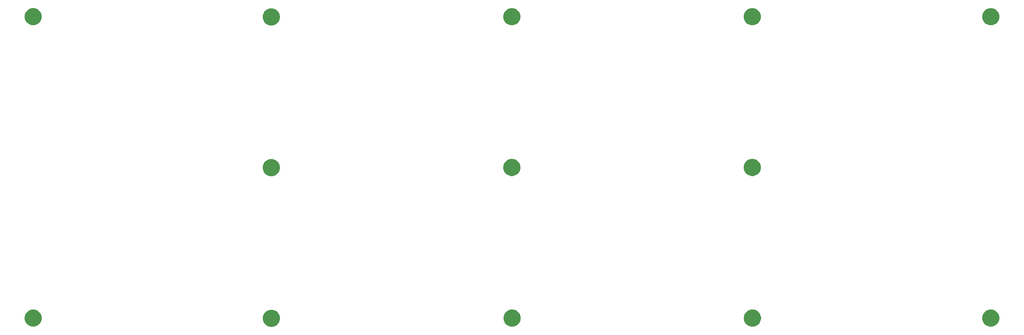
<source format=gbr>
G04 #@! TF.GenerationSoftware,KiCad,Pcbnew,(5.0.2)-1*
G04 #@! TF.CreationDate,2019-05-20T15:13:03-04:00*
G04 #@! TF.ProjectId,switch_plate,73776974-6368-45f7-906c-6174652e6b69,rev?*
G04 #@! TF.SameCoordinates,Original*
G04 #@! TF.FileFunction,Soldermask,Bot*
G04 #@! TF.FilePolarity,Negative*
%FSLAX46Y46*%
G04 Gerber Fmt 4.6, Leading zero omitted, Abs format (unit mm)*
G04 Created by KiCad (PCBNEW (5.0.2)-1) date 5/20/2019 3:13:03 PM*
%MOMM*%
%LPD*%
G01*
G04 APERTURE LIST*
%ADD10C,0.100000*%
G04 APERTURE END LIST*
D10*
G36*
X82299645Y-95988054D02*
X82647793Y-96057304D01*
X83057449Y-96226989D01*
X83426129Y-96473334D01*
X83739666Y-96786871D01*
X83986011Y-97155551D01*
X84155696Y-97565207D01*
X84224946Y-97913355D01*
X84237148Y-97974694D01*
X84242200Y-98000096D01*
X84242200Y-98443504D01*
X84155696Y-98878393D01*
X83986011Y-99288049D01*
X83739666Y-99656729D01*
X83426129Y-99970266D01*
X83057449Y-100216611D01*
X82647793Y-100386296D01*
X82299645Y-100455546D01*
X82212906Y-100472800D01*
X81769494Y-100472800D01*
X81682755Y-100455546D01*
X81334607Y-100386296D01*
X80924951Y-100216611D01*
X80556271Y-99970266D01*
X80242734Y-99656729D01*
X79996389Y-99288049D01*
X79826704Y-98878393D01*
X79740200Y-98443504D01*
X79740200Y-98000096D01*
X79745253Y-97974694D01*
X79757454Y-97913355D01*
X79826704Y-97565207D01*
X79996389Y-97155551D01*
X80242734Y-96786871D01*
X80556271Y-96473334D01*
X80924951Y-96226989D01*
X81334607Y-96057304D01*
X81682755Y-95988054D01*
X81769494Y-95970800D01*
X82212906Y-95970800D01*
X82299645Y-95988054D01*
X82299645Y-95988054D01*
G37*
G36*
X270488245Y-95962654D02*
X270836393Y-96031904D01*
X271246049Y-96201589D01*
X271614729Y-96447934D01*
X271928266Y-96761471D01*
X272174611Y-97130151D01*
X272344296Y-97539807D01*
X272413546Y-97887955D01*
X272430800Y-97974694D01*
X272430800Y-98418106D01*
X272413546Y-98504845D01*
X272344296Y-98852993D01*
X272174611Y-99262649D01*
X271928266Y-99631329D01*
X271614729Y-99944866D01*
X271246049Y-100191211D01*
X270836393Y-100360896D01*
X270488245Y-100430146D01*
X270401506Y-100447400D01*
X269958094Y-100447400D01*
X269871355Y-100430146D01*
X269523207Y-100360896D01*
X269113551Y-100191211D01*
X268744871Y-99944866D01*
X268431334Y-99631329D01*
X268184989Y-99262649D01*
X268015304Y-98852993D01*
X267946054Y-98504845D01*
X267928800Y-98418106D01*
X267928800Y-97974694D01*
X267946054Y-97887955D01*
X268015304Y-97539807D01*
X268184989Y-97130151D01*
X268431334Y-96761471D01*
X268744871Y-96447934D01*
X269113551Y-96201589D01*
X269523207Y-96031904D01*
X269871355Y-95962654D01*
X269958094Y-95945400D01*
X270401506Y-95945400D01*
X270488245Y-95962654D01*
X270488245Y-95962654D01*
G37*
G36*
X145240845Y-95962654D02*
X145588993Y-96031904D01*
X145998649Y-96201589D01*
X146367329Y-96447934D01*
X146680866Y-96761471D01*
X146927211Y-97130151D01*
X147096896Y-97539807D01*
X147166146Y-97887955D01*
X147183400Y-97974694D01*
X147183400Y-98418106D01*
X147166146Y-98504845D01*
X147096896Y-98852993D01*
X146927211Y-99262649D01*
X146680866Y-99631329D01*
X146367329Y-99944866D01*
X145998649Y-100191211D01*
X145588993Y-100360896D01*
X145240845Y-100430146D01*
X145154106Y-100447400D01*
X144710694Y-100447400D01*
X144623955Y-100430146D01*
X144275807Y-100360896D01*
X143866151Y-100191211D01*
X143497471Y-99944866D01*
X143183934Y-99631329D01*
X142937589Y-99262649D01*
X142767904Y-98852993D01*
X142698654Y-98504845D01*
X142681400Y-98418106D01*
X142681400Y-97974694D01*
X142698654Y-97887955D01*
X142767904Y-97539807D01*
X142937589Y-97130151D01*
X143183934Y-96761471D01*
X143497471Y-96447934D01*
X143866151Y-96201589D01*
X144275807Y-96031904D01*
X144623955Y-95962654D01*
X144710694Y-95945400D01*
X145154106Y-95945400D01*
X145240845Y-95962654D01*
X145240845Y-95962654D01*
G37*
G36*
X19968045Y-95962654D02*
X20316193Y-96031904D01*
X20725849Y-96201589D01*
X21094529Y-96447934D01*
X21408066Y-96761471D01*
X21654411Y-97130151D01*
X21824096Y-97539807D01*
X21893346Y-97887955D01*
X21910600Y-97974694D01*
X21910600Y-98418106D01*
X21893346Y-98504845D01*
X21824096Y-98852993D01*
X21654411Y-99262649D01*
X21408066Y-99631329D01*
X21094529Y-99944866D01*
X20725849Y-100191211D01*
X20316193Y-100360896D01*
X19968045Y-100430146D01*
X19881306Y-100447400D01*
X19437894Y-100447400D01*
X19351155Y-100430146D01*
X19003007Y-100360896D01*
X18593351Y-100191211D01*
X18224671Y-99944866D01*
X17911134Y-99631329D01*
X17664789Y-99262649D01*
X17495104Y-98852993D01*
X17425854Y-98504845D01*
X17408600Y-98418106D01*
X17408600Y-97974694D01*
X17425854Y-97887955D01*
X17495104Y-97539807D01*
X17664789Y-97130151D01*
X17911134Y-96761471D01*
X18224671Y-96447934D01*
X18593351Y-96201589D01*
X19003007Y-96031904D01*
X19351155Y-95962654D01*
X19437894Y-95945400D01*
X19881306Y-95945400D01*
X19968045Y-95962654D01*
X19968045Y-95962654D01*
G37*
G36*
X208131245Y-95962654D02*
X208479393Y-96031904D01*
X208889049Y-96201589D01*
X209257729Y-96447934D01*
X209571266Y-96761471D01*
X209817611Y-97130151D01*
X209987296Y-97539807D01*
X210056546Y-97887955D01*
X210073800Y-97974694D01*
X210073800Y-98418106D01*
X210056546Y-98504845D01*
X209987296Y-98852993D01*
X209817611Y-99262649D01*
X209571266Y-99631329D01*
X209257729Y-99944866D01*
X208889049Y-100191211D01*
X208479393Y-100360896D01*
X208131245Y-100430146D01*
X208044506Y-100447400D01*
X207601094Y-100447400D01*
X207514355Y-100430146D01*
X207166207Y-100360896D01*
X206756551Y-100191211D01*
X206387871Y-99944866D01*
X206074334Y-99631329D01*
X205827989Y-99262649D01*
X205658304Y-98852993D01*
X205589054Y-98504845D01*
X205571800Y-98418106D01*
X205571800Y-97974694D01*
X205589054Y-97887955D01*
X205658304Y-97539807D01*
X205827989Y-97130151D01*
X206074334Y-96761471D01*
X206387871Y-96447934D01*
X206756551Y-96201589D01*
X207166207Y-96031904D01*
X207514355Y-95962654D01*
X207601094Y-95945400D01*
X208044506Y-95945400D01*
X208131245Y-95962654D01*
X208131245Y-95962654D01*
G37*
G36*
X82248845Y-56460574D02*
X82596993Y-56529824D01*
X83006649Y-56699509D01*
X83375329Y-56945854D01*
X83688866Y-57259391D01*
X83935211Y-57628071D01*
X84104896Y-58037727D01*
X84174146Y-58385875D01*
X84186348Y-58447214D01*
X84191400Y-58472616D01*
X84191400Y-58916024D01*
X84104896Y-59350913D01*
X83935211Y-59760569D01*
X83688866Y-60129249D01*
X83375329Y-60442786D01*
X83006649Y-60689131D01*
X82596993Y-60858816D01*
X82248845Y-60928066D01*
X82162106Y-60945320D01*
X81718694Y-60945320D01*
X81631955Y-60928066D01*
X81283807Y-60858816D01*
X80874151Y-60689131D01*
X80505471Y-60442786D01*
X80191934Y-60129249D01*
X79945589Y-59760569D01*
X79775904Y-59350913D01*
X79689400Y-58916024D01*
X79689400Y-58472616D01*
X79694453Y-58447214D01*
X79706654Y-58385875D01*
X79775904Y-58037727D01*
X79945589Y-57628071D01*
X80191934Y-57259391D01*
X80505471Y-56945854D01*
X80874151Y-56699509D01*
X81283807Y-56529824D01*
X81631955Y-56460574D01*
X81718694Y-56443320D01*
X82162106Y-56443320D01*
X82248845Y-56460574D01*
X82248845Y-56460574D01*
G37*
G36*
X208080445Y-56435174D02*
X208428593Y-56504424D01*
X208838249Y-56674109D01*
X209206929Y-56920454D01*
X209520466Y-57233991D01*
X209766811Y-57602671D01*
X209936496Y-58012327D01*
X210005746Y-58360475D01*
X210023000Y-58447214D01*
X210023000Y-58890626D01*
X210005746Y-58977365D01*
X209936496Y-59325513D01*
X209766811Y-59735169D01*
X209520466Y-60103849D01*
X209206929Y-60417386D01*
X208838249Y-60663731D01*
X208428593Y-60833416D01*
X208080445Y-60902666D01*
X207993706Y-60919920D01*
X207550294Y-60919920D01*
X207463555Y-60902666D01*
X207115407Y-60833416D01*
X206705751Y-60663731D01*
X206337071Y-60417386D01*
X206023534Y-60103849D01*
X205777189Y-59735169D01*
X205607504Y-59325513D01*
X205538254Y-58977365D01*
X205521000Y-58890626D01*
X205521000Y-58447214D01*
X205538254Y-58360475D01*
X205607504Y-58012327D01*
X205777189Y-57602671D01*
X206023534Y-57233991D01*
X206337071Y-56920454D01*
X206705751Y-56674109D01*
X207115407Y-56504424D01*
X207463555Y-56435174D01*
X207550294Y-56417920D01*
X207993706Y-56417920D01*
X208080445Y-56435174D01*
X208080445Y-56435174D01*
G37*
G36*
X145190045Y-56435174D02*
X145538193Y-56504424D01*
X145947849Y-56674109D01*
X146316529Y-56920454D01*
X146630066Y-57233991D01*
X146876411Y-57602671D01*
X147046096Y-58012327D01*
X147115346Y-58360475D01*
X147132600Y-58447214D01*
X147132600Y-58890626D01*
X147115346Y-58977365D01*
X147046096Y-59325513D01*
X146876411Y-59735169D01*
X146630066Y-60103849D01*
X146316529Y-60417386D01*
X145947849Y-60663731D01*
X145538193Y-60833416D01*
X145190045Y-60902666D01*
X145103306Y-60919920D01*
X144659894Y-60919920D01*
X144573155Y-60902666D01*
X144225007Y-60833416D01*
X143815351Y-60663731D01*
X143446671Y-60417386D01*
X143133134Y-60103849D01*
X142886789Y-59735169D01*
X142717104Y-59325513D01*
X142647854Y-58977365D01*
X142630600Y-58890626D01*
X142630600Y-58447214D01*
X142647854Y-58360475D01*
X142717104Y-58012327D01*
X142886789Y-57602671D01*
X143133134Y-57233991D01*
X143446671Y-56920454D01*
X143815351Y-56674109D01*
X144225007Y-56504424D01*
X144573155Y-56435174D01*
X144659894Y-56417920D01*
X145103306Y-56417920D01*
X145190045Y-56435174D01*
X145190045Y-56435174D01*
G37*
G36*
X82248845Y-16917854D02*
X82596993Y-16987104D01*
X83006649Y-17156789D01*
X83375329Y-17403134D01*
X83688866Y-17716671D01*
X83935211Y-18085351D01*
X84104896Y-18495007D01*
X84174146Y-18843155D01*
X84186348Y-18904494D01*
X84191400Y-18929896D01*
X84191400Y-19373304D01*
X84104896Y-19808193D01*
X83935211Y-20217849D01*
X83688866Y-20586529D01*
X83375329Y-20900066D01*
X83006649Y-21146411D01*
X82596993Y-21316096D01*
X82248845Y-21385346D01*
X82162106Y-21402600D01*
X81718694Y-21402600D01*
X81631955Y-21385346D01*
X81283807Y-21316096D01*
X80874151Y-21146411D01*
X80505471Y-20900066D01*
X80191934Y-20586529D01*
X79945589Y-20217849D01*
X79775904Y-19808193D01*
X79689400Y-19373304D01*
X79689400Y-18929896D01*
X79694453Y-18904494D01*
X79706654Y-18843155D01*
X79775904Y-18495007D01*
X79945589Y-18085351D01*
X80191934Y-17716671D01*
X80505471Y-17403134D01*
X80874151Y-17156789D01*
X81283807Y-16987104D01*
X81631955Y-16917854D01*
X81718694Y-16900600D01*
X82162106Y-16900600D01*
X82248845Y-16917854D01*
X82248845Y-16917854D01*
G37*
G36*
X208080445Y-16892454D02*
X208428593Y-16961704D01*
X208838249Y-17131389D01*
X209206929Y-17377734D01*
X209520466Y-17691271D01*
X209766811Y-18059951D01*
X209936496Y-18469607D01*
X210005746Y-18817755D01*
X210023000Y-18904494D01*
X210023000Y-19347906D01*
X210005746Y-19434645D01*
X209936496Y-19782793D01*
X209766811Y-20192449D01*
X209520466Y-20561129D01*
X209206929Y-20874666D01*
X208838249Y-21121011D01*
X208428593Y-21290696D01*
X208080445Y-21359946D01*
X207993706Y-21377200D01*
X207550294Y-21377200D01*
X207463555Y-21359946D01*
X207115407Y-21290696D01*
X206705751Y-21121011D01*
X206337071Y-20874666D01*
X206023534Y-20561129D01*
X205777189Y-20192449D01*
X205607504Y-19782793D01*
X205538254Y-19434645D01*
X205521000Y-19347906D01*
X205521000Y-18904494D01*
X205538254Y-18817755D01*
X205607504Y-18469607D01*
X205777189Y-18059951D01*
X206023534Y-17691271D01*
X206337071Y-17377734D01*
X206705751Y-17131389D01*
X207115407Y-16961704D01*
X207463555Y-16892454D01*
X207550294Y-16875200D01*
X207993706Y-16875200D01*
X208080445Y-16892454D01*
X208080445Y-16892454D01*
G37*
G36*
X145190045Y-16892454D02*
X145538193Y-16961704D01*
X145947849Y-17131389D01*
X146316529Y-17377734D01*
X146630066Y-17691271D01*
X146876411Y-18059951D01*
X147046096Y-18469607D01*
X147115346Y-18817755D01*
X147132600Y-18904494D01*
X147132600Y-19347906D01*
X147115346Y-19434645D01*
X147046096Y-19782793D01*
X146876411Y-20192449D01*
X146630066Y-20561129D01*
X146316529Y-20874666D01*
X145947849Y-21121011D01*
X145538193Y-21290696D01*
X145190045Y-21359946D01*
X145103306Y-21377200D01*
X144659894Y-21377200D01*
X144573155Y-21359946D01*
X144225007Y-21290696D01*
X143815351Y-21121011D01*
X143446671Y-20874666D01*
X143133134Y-20561129D01*
X142886789Y-20192449D01*
X142717104Y-19782793D01*
X142647854Y-19434645D01*
X142630600Y-19347906D01*
X142630600Y-18904494D01*
X142647854Y-18817755D01*
X142717104Y-18469607D01*
X142886789Y-18059951D01*
X143133134Y-17691271D01*
X143446671Y-17377734D01*
X143815351Y-17131389D01*
X144225007Y-16961704D01*
X144573155Y-16892454D01*
X144659894Y-16875200D01*
X145103306Y-16875200D01*
X145190045Y-16892454D01*
X145190045Y-16892454D01*
G37*
G36*
X270488245Y-16892454D02*
X270836393Y-16961704D01*
X271246049Y-17131389D01*
X271614729Y-17377734D01*
X271928266Y-17691271D01*
X272174611Y-18059951D01*
X272344296Y-18469607D01*
X272413546Y-18817755D01*
X272430800Y-18904494D01*
X272430800Y-19347906D01*
X272413546Y-19434645D01*
X272344296Y-19782793D01*
X272174611Y-20192449D01*
X271928266Y-20561129D01*
X271614729Y-20874666D01*
X271246049Y-21121011D01*
X270836393Y-21290696D01*
X270488245Y-21359946D01*
X270401506Y-21377200D01*
X269958094Y-21377200D01*
X269871355Y-21359946D01*
X269523207Y-21290696D01*
X269113551Y-21121011D01*
X268744871Y-20874666D01*
X268431334Y-20561129D01*
X268184989Y-20192449D01*
X268015304Y-19782793D01*
X267946054Y-19434645D01*
X267928800Y-19347906D01*
X267928800Y-18904494D01*
X267946054Y-18817755D01*
X268015304Y-18469607D01*
X268184989Y-18059951D01*
X268431334Y-17691271D01*
X268744871Y-17377734D01*
X269113551Y-17131389D01*
X269523207Y-16961704D01*
X269871355Y-16892454D01*
X269958094Y-16875200D01*
X270401506Y-16875200D01*
X270488245Y-16892454D01*
X270488245Y-16892454D01*
G37*
G36*
X19968045Y-16867054D02*
X20316193Y-16936304D01*
X20725849Y-17105989D01*
X21094529Y-17352334D01*
X21408066Y-17665871D01*
X21654411Y-18034551D01*
X21824096Y-18444207D01*
X21893346Y-18792355D01*
X21910600Y-18879094D01*
X21910600Y-19322506D01*
X21900495Y-19373306D01*
X21824096Y-19757393D01*
X21654411Y-20167049D01*
X21408066Y-20535729D01*
X21094529Y-20849266D01*
X20725849Y-21095611D01*
X20316193Y-21265296D01*
X19968045Y-21334546D01*
X19881306Y-21351800D01*
X19437894Y-21351800D01*
X19351155Y-21334546D01*
X19003007Y-21265296D01*
X18593351Y-21095611D01*
X18224671Y-20849266D01*
X17911134Y-20535729D01*
X17664789Y-20167049D01*
X17495104Y-19757393D01*
X17418705Y-19373306D01*
X17408600Y-19322506D01*
X17408600Y-18879094D01*
X17425854Y-18792355D01*
X17495104Y-18444207D01*
X17664789Y-18034551D01*
X17911134Y-17665871D01*
X18224671Y-17352334D01*
X18593351Y-17105989D01*
X19003007Y-16936304D01*
X19351155Y-16867054D01*
X19437894Y-16849800D01*
X19881306Y-16849800D01*
X19968045Y-16867054D01*
X19968045Y-16867054D01*
G37*
M02*

</source>
